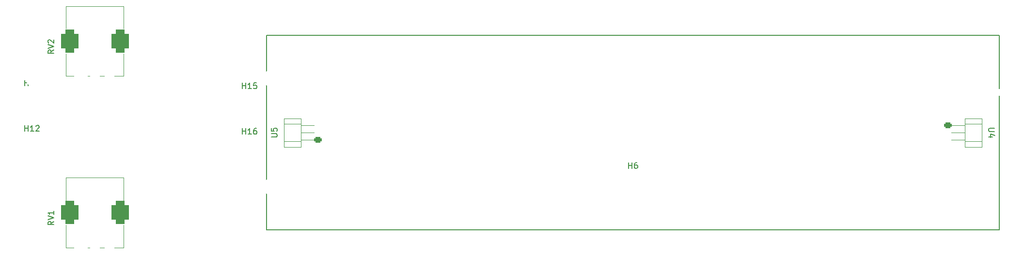
<source format=gto>
G04 #@! TF.GenerationSoftware,KiCad,Pcbnew,8.0.7*
G04 #@! TF.CreationDate,2025-07-02T22:20:04-04:00*
G04 #@! TF.ProjectId,Sum25_GTR,53756d32-355f-4475-9452-2e6b69636164,rev?*
G04 #@! TF.SameCoordinates,Original*
G04 #@! TF.FileFunction,Legend,Top*
G04 #@! TF.FilePolarity,Positive*
%FSLAX46Y46*%
G04 Gerber Fmt 4.6, Leading zero omitted, Abs format (unit mm)*
G04 Created by KiCad (PCBNEW 8.0.7) date 2025-07-02 22:20:04*
%MOMM*%
%LPD*%
G01*
G04 APERTURE LIST*
G04 Aperture macros list*
%AMRoundRect*
0 Rectangle with rounded corners*
0 $1 Rounding radius*
0 $2 $3 $4 $5 $6 $7 $8 $9 X,Y pos of 4 corners*
0 Add a 4 corners polygon primitive as box body*
4,1,4,$2,$3,$4,$5,$6,$7,$8,$9,$2,$3,0*
0 Add four circle primitives for the rounded corners*
1,1,$1+$1,$2,$3*
1,1,$1+$1,$4,$5*
1,1,$1+$1,$6,$7*
1,1,$1+$1,$8,$9*
0 Add four rect primitives between the rounded corners*
20,1,$1+$1,$2,$3,$4,$5,0*
20,1,$1+$1,$4,$5,$6,$7,0*
20,1,$1+$1,$6,$7,$8,$9,0*
20,1,$1+$1,$8,$9,$2,$3,0*%
G04 Aperture macros list end*
%ADD10C,0.200000*%
%ADD11C,0.150000*%
%ADD12C,0.120000*%
%ADD13C,3.200000*%
%ADD14R,1.800000X1.800000*%
%ADD15C,1.800000*%
%ADD16RoundRect,0.750000X0.750000X-1.250000X0.750000X1.250000X-0.750000X1.250000X-0.750000X-1.250000X0*%
%ADD17RoundRect,0.249900X0.400100X-0.275100X0.400100X0.275100X-0.400100X0.275100X-0.400100X-0.275100X0*%
%ADD18O,1.300000X1.050000*%
%ADD19RoundRect,0.249900X-0.400100X0.275100X-0.400100X-0.275100X0.400100X-0.275100X0.400100X0.275100X0*%
%ADD20C,6.800000*%
%ADD21C,11.000000*%
%ADD22C,1.600000*%
%ADD23R,1.700000X1.700000*%
%ADD24O,1.700000X1.700000*%
%ADD25C,1.400000*%
%ADD26O,1.400000X1.400000*%
G04 APERTURE END LIST*
D10*
X89000000Y-77000000D02*
X217000000Y-77000000D01*
X217000000Y-111000000D01*
X89000000Y-111000000D01*
X89000000Y-77000000D01*
D11*
X84761905Y-94254819D02*
X84761905Y-93254819D01*
X84761905Y-93731009D02*
X85333333Y-93731009D01*
X85333333Y-94254819D02*
X85333333Y-93254819D01*
X86333333Y-94254819D02*
X85761905Y-94254819D01*
X86047619Y-94254819D02*
X86047619Y-93254819D01*
X86047619Y-93254819D02*
X85952381Y-93397676D01*
X85952381Y-93397676D02*
X85857143Y-93492914D01*
X85857143Y-93492914D02*
X85761905Y-93540533D01*
X87190476Y-93254819D02*
X87000000Y-93254819D01*
X87000000Y-93254819D02*
X86904762Y-93302438D01*
X86904762Y-93302438D02*
X86857143Y-93350057D01*
X86857143Y-93350057D02*
X86761905Y-93492914D01*
X86761905Y-93492914D02*
X86714286Y-93683390D01*
X86714286Y-93683390D02*
X86714286Y-94064342D01*
X86714286Y-94064342D02*
X86761905Y-94159580D01*
X86761905Y-94159580D02*
X86809524Y-94207200D01*
X86809524Y-94207200D02*
X86904762Y-94254819D01*
X86904762Y-94254819D02*
X87095238Y-94254819D01*
X87095238Y-94254819D02*
X87190476Y-94207200D01*
X87190476Y-94207200D02*
X87238095Y-94159580D01*
X87238095Y-94159580D02*
X87285714Y-94064342D01*
X87285714Y-94064342D02*
X87285714Y-93826247D01*
X87285714Y-93826247D02*
X87238095Y-93731009D01*
X87238095Y-93731009D02*
X87190476Y-93683390D01*
X87190476Y-93683390D02*
X87095238Y-93635771D01*
X87095238Y-93635771D02*
X86904762Y-93635771D01*
X86904762Y-93635771D02*
X86809524Y-93683390D01*
X86809524Y-93683390D02*
X86761905Y-93731009D01*
X86761905Y-93731009D02*
X86714286Y-93826247D01*
X84761905Y-86304819D02*
X84761905Y-85304819D01*
X84761905Y-85781009D02*
X85333333Y-85781009D01*
X85333333Y-86304819D02*
X85333333Y-85304819D01*
X86333333Y-86304819D02*
X85761905Y-86304819D01*
X86047619Y-86304819D02*
X86047619Y-85304819D01*
X86047619Y-85304819D02*
X85952381Y-85447676D01*
X85952381Y-85447676D02*
X85857143Y-85542914D01*
X85857143Y-85542914D02*
X85761905Y-85590533D01*
X87238095Y-85304819D02*
X86761905Y-85304819D01*
X86761905Y-85304819D02*
X86714286Y-85781009D01*
X86714286Y-85781009D02*
X86761905Y-85733390D01*
X86761905Y-85733390D02*
X86857143Y-85685771D01*
X86857143Y-85685771D02*
X87095238Y-85685771D01*
X87095238Y-85685771D02*
X87190476Y-85733390D01*
X87190476Y-85733390D02*
X87238095Y-85781009D01*
X87238095Y-85781009D02*
X87285714Y-85876247D01*
X87285714Y-85876247D02*
X87285714Y-86114342D01*
X87285714Y-86114342D02*
X87238095Y-86209580D01*
X87238095Y-86209580D02*
X87190476Y-86257200D01*
X87190476Y-86257200D02*
X87095238Y-86304819D01*
X87095238Y-86304819D02*
X86857143Y-86304819D01*
X86857143Y-86304819D02*
X86761905Y-86257200D01*
X86761905Y-86257200D02*
X86714286Y-86209580D01*
X51804819Y-109545238D02*
X51328628Y-109878571D01*
X51804819Y-110116666D02*
X50804819Y-110116666D01*
X50804819Y-110116666D02*
X50804819Y-109735714D01*
X50804819Y-109735714D02*
X50852438Y-109640476D01*
X50852438Y-109640476D02*
X50900057Y-109592857D01*
X50900057Y-109592857D02*
X50995295Y-109545238D01*
X50995295Y-109545238D02*
X51138152Y-109545238D01*
X51138152Y-109545238D02*
X51233390Y-109592857D01*
X51233390Y-109592857D02*
X51281009Y-109640476D01*
X51281009Y-109640476D02*
X51328628Y-109735714D01*
X51328628Y-109735714D02*
X51328628Y-110116666D01*
X50804819Y-109259523D02*
X51804819Y-108926190D01*
X51804819Y-108926190D02*
X50804819Y-108592857D01*
X51804819Y-107735714D02*
X51804819Y-108307142D01*
X51804819Y-108021428D02*
X50804819Y-108021428D01*
X50804819Y-108021428D02*
X50947676Y-108116666D01*
X50947676Y-108116666D02*
X51042914Y-108211904D01*
X51042914Y-108211904D02*
X51090533Y-108307142D01*
X152238095Y-100254819D02*
X152238095Y-99254819D01*
X152238095Y-99731009D02*
X152809523Y-99731009D01*
X152809523Y-100254819D02*
X152809523Y-99254819D01*
X153714285Y-99254819D02*
X153523809Y-99254819D01*
X153523809Y-99254819D02*
X153428571Y-99302438D01*
X153428571Y-99302438D02*
X153380952Y-99350057D01*
X153380952Y-99350057D02*
X153285714Y-99492914D01*
X153285714Y-99492914D02*
X153238095Y-99683390D01*
X153238095Y-99683390D02*
X153238095Y-100064342D01*
X153238095Y-100064342D02*
X153285714Y-100159580D01*
X153285714Y-100159580D02*
X153333333Y-100207200D01*
X153333333Y-100207200D02*
X153428571Y-100254819D01*
X153428571Y-100254819D02*
X153619047Y-100254819D01*
X153619047Y-100254819D02*
X153714285Y-100207200D01*
X153714285Y-100207200D02*
X153761904Y-100159580D01*
X153761904Y-100159580D02*
X153809523Y-100064342D01*
X153809523Y-100064342D02*
X153809523Y-99826247D01*
X153809523Y-99826247D02*
X153761904Y-99731009D01*
X153761904Y-99731009D02*
X153714285Y-99683390D01*
X153714285Y-99683390D02*
X153619047Y-99635771D01*
X153619047Y-99635771D02*
X153428571Y-99635771D01*
X153428571Y-99635771D02*
X153333333Y-99683390D01*
X153333333Y-99683390D02*
X153285714Y-99731009D01*
X153285714Y-99731009D02*
X153238095Y-99826247D01*
X46761905Y-85804819D02*
X46761905Y-84804819D01*
X46761905Y-85281009D02*
X47333333Y-85281009D01*
X47333333Y-85804819D02*
X47333333Y-84804819D01*
X48333333Y-85804819D02*
X47761905Y-85804819D01*
X48047619Y-85804819D02*
X48047619Y-84804819D01*
X48047619Y-84804819D02*
X47952381Y-84947676D01*
X47952381Y-84947676D02*
X47857143Y-85042914D01*
X47857143Y-85042914D02*
X47761905Y-85090533D01*
X49285714Y-85804819D02*
X48714286Y-85804819D01*
X49000000Y-85804819D02*
X49000000Y-84804819D01*
X49000000Y-84804819D02*
X48904762Y-84947676D01*
X48904762Y-84947676D02*
X48809524Y-85042914D01*
X48809524Y-85042914D02*
X48714286Y-85090533D01*
X89834819Y-94761904D02*
X90644342Y-94761904D01*
X90644342Y-94761904D02*
X90739580Y-94714285D01*
X90739580Y-94714285D02*
X90787200Y-94666666D01*
X90787200Y-94666666D02*
X90834819Y-94571428D01*
X90834819Y-94571428D02*
X90834819Y-94380952D01*
X90834819Y-94380952D02*
X90787200Y-94285714D01*
X90787200Y-94285714D02*
X90739580Y-94238095D01*
X90739580Y-94238095D02*
X90644342Y-94190476D01*
X90644342Y-94190476D02*
X89834819Y-94190476D01*
X89834819Y-93238095D02*
X89834819Y-93714285D01*
X89834819Y-93714285D02*
X90311009Y-93761904D01*
X90311009Y-93761904D02*
X90263390Y-93714285D01*
X90263390Y-93714285D02*
X90215771Y-93619047D01*
X90215771Y-93619047D02*
X90215771Y-93380952D01*
X90215771Y-93380952D02*
X90263390Y-93285714D01*
X90263390Y-93285714D02*
X90311009Y-93238095D01*
X90311009Y-93238095D02*
X90406247Y-93190476D01*
X90406247Y-93190476D02*
X90644342Y-93190476D01*
X90644342Y-93190476D02*
X90739580Y-93238095D01*
X90739580Y-93238095D02*
X90787200Y-93285714D01*
X90787200Y-93285714D02*
X90834819Y-93380952D01*
X90834819Y-93380952D02*
X90834819Y-93619047D01*
X90834819Y-93619047D02*
X90787200Y-93714285D01*
X90787200Y-93714285D02*
X90739580Y-93761904D01*
X216165180Y-93238095D02*
X215355657Y-93238095D01*
X215355657Y-93238095D02*
X215260419Y-93285714D01*
X215260419Y-93285714D02*
X215212800Y-93333333D01*
X215212800Y-93333333D02*
X215165180Y-93428571D01*
X215165180Y-93428571D02*
X215165180Y-93619047D01*
X215165180Y-93619047D02*
X215212800Y-93714285D01*
X215212800Y-93714285D02*
X215260419Y-93761904D01*
X215260419Y-93761904D02*
X215355657Y-93809523D01*
X215355657Y-93809523D02*
X216165180Y-93809523D01*
X215831847Y-94714285D02*
X215165180Y-94714285D01*
X216212800Y-94476190D02*
X215498514Y-94238095D01*
X215498514Y-94238095D02*
X215498514Y-94857142D01*
X51804819Y-79545238D02*
X51328628Y-79878571D01*
X51804819Y-80116666D02*
X50804819Y-80116666D01*
X50804819Y-80116666D02*
X50804819Y-79735714D01*
X50804819Y-79735714D02*
X50852438Y-79640476D01*
X50852438Y-79640476D02*
X50900057Y-79592857D01*
X50900057Y-79592857D02*
X50995295Y-79545238D01*
X50995295Y-79545238D02*
X51138152Y-79545238D01*
X51138152Y-79545238D02*
X51233390Y-79592857D01*
X51233390Y-79592857D02*
X51281009Y-79640476D01*
X51281009Y-79640476D02*
X51328628Y-79735714D01*
X51328628Y-79735714D02*
X51328628Y-80116666D01*
X50804819Y-79259523D02*
X51804819Y-78926190D01*
X51804819Y-78926190D02*
X50804819Y-78592857D01*
X50900057Y-78307142D02*
X50852438Y-78259523D01*
X50852438Y-78259523D02*
X50804819Y-78164285D01*
X50804819Y-78164285D02*
X50804819Y-77926190D01*
X50804819Y-77926190D02*
X50852438Y-77830952D01*
X50852438Y-77830952D02*
X50900057Y-77783333D01*
X50900057Y-77783333D02*
X50995295Y-77735714D01*
X50995295Y-77735714D02*
X51090533Y-77735714D01*
X51090533Y-77735714D02*
X51233390Y-77783333D01*
X51233390Y-77783333D02*
X51804819Y-78354761D01*
X51804819Y-78354761D02*
X51804819Y-77735714D01*
X46761905Y-93754819D02*
X46761905Y-92754819D01*
X46761905Y-93231009D02*
X47333333Y-93231009D01*
X47333333Y-93754819D02*
X47333333Y-92754819D01*
X48333333Y-93754819D02*
X47761905Y-93754819D01*
X48047619Y-93754819D02*
X48047619Y-92754819D01*
X48047619Y-92754819D02*
X47952381Y-92897676D01*
X47952381Y-92897676D02*
X47857143Y-92992914D01*
X47857143Y-92992914D02*
X47761905Y-93040533D01*
X48714286Y-92850057D02*
X48761905Y-92802438D01*
X48761905Y-92802438D02*
X48857143Y-92754819D01*
X48857143Y-92754819D02*
X49095238Y-92754819D01*
X49095238Y-92754819D02*
X49190476Y-92802438D01*
X49190476Y-92802438D02*
X49238095Y-92850057D01*
X49238095Y-92850057D02*
X49285714Y-92945295D01*
X49285714Y-92945295D02*
X49285714Y-93040533D01*
X49285714Y-93040533D02*
X49238095Y-93183390D01*
X49238095Y-93183390D02*
X48666667Y-93754819D01*
X48666667Y-93754819D02*
X49285714Y-93754819D01*
D12*
X53979000Y-101880000D02*
X64020000Y-101880000D01*
X53979000Y-105816000D02*
X53979000Y-101880000D01*
X53979000Y-114120000D02*
X53979000Y-110183000D01*
X53979000Y-114120000D02*
X55300000Y-114120000D01*
X57750000Y-114120000D02*
X58130000Y-114120000D01*
X59871000Y-114120000D02*
X60630000Y-114120000D01*
X62370000Y-114120000D02*
X64020000Y-114120000D01*
X64020000Y-105816000D02*
X64020000Y-101880000D01*
X64020000Y-114120000D02*
X64020000Y-110183000D01*
X92000000Y-92500000D02*
X95000000Y-92500000D01*
X92000000Y-95500000D02*
X95000000Y-95500000D01*
X97500000Y-92700000D02*
X95000000Y-92700000D01*
X97500000Y-94000000D02*
X95000000Y-94000000D01*
X97500000Y-95300000D02*
X95000000Y-95300000D01*
X92000000Y-96500000D02*
X95000000Y-96500000D01*
X95000000Y-91500000D01*
X92000000Y-91500000D01*
X92000000Y-96500000D01*
X208500000Y-92700000D02*
X211000000Y-92700000D01*
X208500000Y-94000000D02*
X211000000Y-94000000D01*
X208500000Y-95300000D02*
X211000000Y-95300000D01*
X214000000Y-92500000D02*
X211000000Y-92500000D01*
X214000000Y-95500000D02*
X211000000Y-95500000D01*
X214000000Y-91500000D02*
X211000000Y-91500000D01*
X211000000Y-96500000D01*
X214000000Y-96500000D01*
X214000000Y-91500000D01*
X53979000Y-71880000D02*
X64020000Y-71880000D01*
X53979000Y-75816000D02*
X53979000Y-71880000D01*
X53979000Y-84120000D02*
X53979000Y-80183000D01*
X53979000Y-84120000D02*
X55300000Y-84120000D01*
X57750000Y-84120000D02*
X58130000Y-84120000D01*
X59871000Y-84120000D02*
X60630000Y-84120000D01*
X62370000Y-84120000D02*
X64020000Y-84120000D01*
X64020000Y-75816000D02*
X64020000Y-71880000D01*
X64020000Y-84120000D02*
X64020000Y-80183000D01*
%LPC*%
D13*
X90000000Y-103500000D03*
X90000000Y-84500000D03*
D14*
X56500000Y-115000000D03*
D15*
X59000000Y-115000000D03*
X61500000Y-115000000D03*
D16*
X54600000Y-108000000D03*
X63400000Y-108000000D03*
D13*
X153000000Y-104000000D03*
X48500000Y-84500000D03*
X153000000Y-84000000D03*
X221500000Y-113500000D03*
D17*
X98000000Y-95300000D03*
D18*
X98000000Y-94000000D03*
X98000000Y-92700000D03*
D19*
X208000000Y-92700000D03*
D18*
X208000000Y-94000000D03*
X208000000Y-95300000D03*
D20*
X79500000Y-107500000D03*
D21*
X79500000Y-107500000D03*
D13*
X221500000Y-103500000D03*
X221500000Y-74500000D03*
X90000000Y-113500000D03*
D14*
X56500000Y-85000000D03*
D15*
X59000000Y-85000000D03*
X61500000Y-85000000D03*
D16*
X63400000Y-78000000D03*
X54600000Y-77950000D03*
D13*
X48500000Y-113500000D03*
D20*
X79500000Y-78500000D03*
D21*
X79500000Y-78500000D03*
D13*
X221500000Y-84500000D03*
X48500000Y-103500000D03*
X90000000Y-74500000D03*
X48500000Y-74500000D03*
D22*
X211500000Y-87000000D03*
X216500000Y-87000000D03*
D23*
X170500000Y-85000000D03*
D24*
X173040000Y-85000000D03*
X175580000Y-85000000D03*
X178120000Y-85000000D03*
D25*
X170690000Y-89960000D03*
D26*
X178310000Y-89960000D03*
D22*
X98000000Y-100000000D03*
X93000000Y-100000000D03*
D23*
X221500000Y-90000000D03*
D24*
X221500000Y-92540000D03*
X221500000Y-95080000D03*
X221500000Y-97620000D03*
D25*
X170690000Y-92460000D03*
D26*
X178310000Y-92460000D03*
%LPD*%
M02*

</source>
